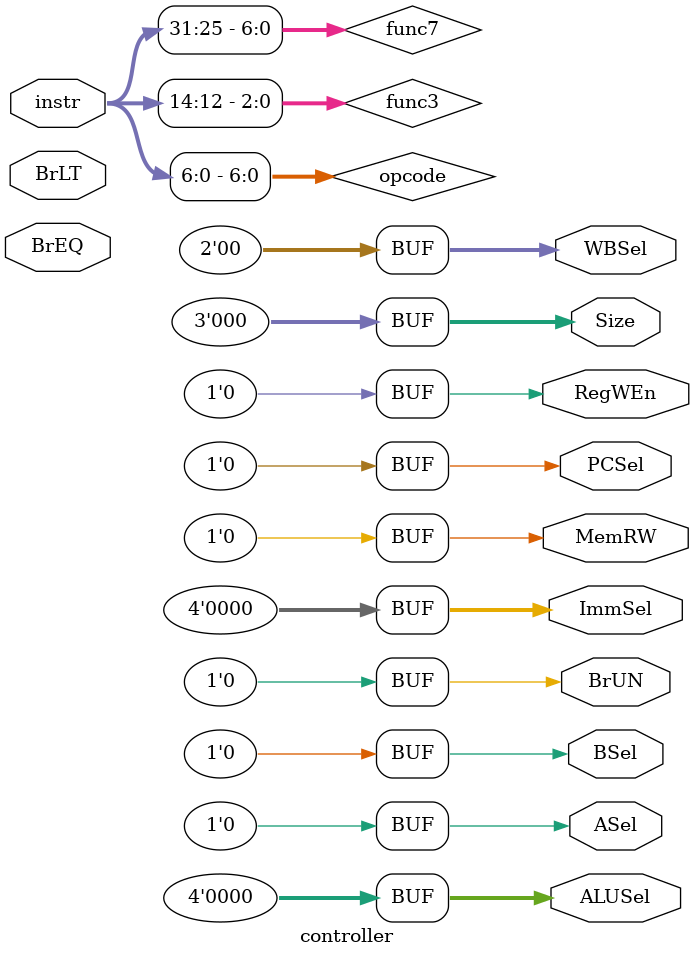
<source format=v>

module controller
#(
  parameter integer AWIDTH=32,
  parameter integer DWIDTH=32
 )
 (
   
  input                 BrEQ,
  input                 BrLT,
  input  [DWIDTH-1:0]   instr  ,
  output     reg           PCSel,
  output     reg [3:0]      ImmSel,
  output      reg          RegWEn,
  output      reg          BrUN,
  output    reg            ASel,
  output     reg           BSel,
  output  reg [3:0]        ALUSel,
  output   reg             MemRW,
  output    reg   [1:0]     WBSel,
  output reg [2:0]          Size

 );
 localparam  rtype1 = 7'b0110011, rtype2 = 7'b01110011, itype1 = 7'b0000011 , itype2 = 7'b0001111, itype3 = 7'b0010011,
                  itype4 = 7'b0011011 ,itype5 = 7'b1100111 , itype6 = 7'b1110011, stype = 7'b0100011, sbtype = 7'b1100011, utype1 = 7'b0010111,
                  utype2 = 7'b0110111, ujtype = 7'b1101111 ;


  //for ALUSel
  localparam  add=4'b0000 , sub=4'b0001 , sll=4'b0010 , slt=4'b0011 , sltu=4'b0100 ,
                   xorr=4'b0101 , srl=4'b0110 , sra=4'b0111 , orr=4'b1000 , andd=4'b1001 ,
                   addw=4'b1010 ,subw=4'b1011 ,sllw=4'b1100 ,srlw=4'b1101 ,sraw=4'b1110 ;
  reg [6:0] opcode;
  reg [2:0] func3;
  reg [6:0] func7;
always @ (*) begin
  opcode <= instr [6:0];
  func3 <= instr [14:12];
  func7 <= instr [31:25];
  case (opcode)
    rtype1: begin
      case (func3)
        3'b000: begin
          case (func7[5])
            1'b0:  ALUSel <= add;
            1'b1:  ALUSel <= sub;
          endcase
        end
        3'b001: begin
          ALUSel <= sll;
        end
        3'b010: begin
          ALUSel <= slt;
        end
        3'b011: begin
          ALUSel <= sltu;
        end 
        3'b100: begin
          ALUSel <= xorr;
        end
        3'b101: begin
          case (func7[5])
            1'b0:  ALUSel <= srl;
            1'b1:  ALUSel <= sra;
          endcase
        end
        3'b110: begin
          ALUSel <= orr;
        end
        3'b111: begin
          ALUSel <= andd;
        end
      endcase
      {PCSel,ImmSel,RegWEn,BrUN,ASel,BSel,MemRW,WBSel,Size} <= { 1'b0,{4'b0000},1'b1,1'b0,1'b0,1'b0,1'b0,{2'b01},{3'b000} };
    end
    rtype2: begin
      case (func3)
        3'b000: begin
          case (func7[5])
            1'b0:  ALUSel <= addw;
            1'b1:  ALUSel <= subw;
          endcase
        end
        3'b001: begin
          ALUSel <= sllw;
        end
        3'b101: begin
          case (func7[5])
            1'b0:  ALUSel <= srlw;
            1'b1:  ALUSel <= sraw;
          endcase
        end
        default: begin
            ALUSel <= add;
        end
      endcase
    {PCSel,ImmSel,RegWEn,BrUN,ASel,BSel,MemRW,WBSel,Size} <= { 1'b0,{4'b0000},1'b1,1'b0,1'b0,1'b0,1'b0,{2'b01} ,{3'b000}};
    end
    itype1: begin
      case (func3)
        3'b000: begin
          ImmSel <= 4'b1000;
          Size   <= 3'b100;
        end
        3'b001: begin
          ImmSel <= 4'b1000;
          Size   <= 3'b101;
        end
        3'b010: begin
          ImmSel <= 4'b1000;
          Size   <= 3'b110;
        end
        3'b011: begin
          ImmSel <= 4'b1000;
          Size   <= 3'b111;
        end 
        3'b100: begin
          ImmSel <= 4'b0000;
          Size   <= 3'b000;
        end
        3'b101: begin
          ImmSel <= 4'b0000;
          Size   <= 3'b001;
        end
        3'b110: begin
          ImmSel <= 4'b0000;
          Size   <= 3'b010;
        end
        default: begin
          ImmSel <= 4'b0000;
          Size   <= 3'b000; 
        end
      endcase
      {PCSel,RegWEn,BrUN,ASel,BSel,MemRW,WBSel,ALUSel} <= { 1'b0,1'b1  ,1'b0,1'b0,1'b1,1'b0,2'b00, 4'b0000 };
    end
    //not to be implemented 
    // itype2: begin
      
    // end
    itype3: begin
      case (func3)
        3'b000: begin
          ImmSel <= 4'b1000;
          ALUSel <= 4'b0000;
        end
        3'b001: begin
          ImmSel <= 4'b1000;
          ALUSel <= 4'b0010;
        end
        3'b010: begin
          ImmSel <= 4'b1000;
          ALUSel <= 4'b0011;
        end
        3'b011: begin
          ImmSel <= 4'b0000;
          ALUSel <= 4'b0100;
        end 
        3'b100: begin
          ImmSel <= 4'b1000;
          ALUSel <= 4'b0101;
        end
        3'b101: begin
          ImmSel <= 4'b1000;
          case (func7[5]) 
            1'b0: ALUSel <= 4'b0110;
            1'b1: ALUSel <= 4'b0111;
          endcase
        end
        3'b110: begin
          ImmSel <= 4'b1000;
          ALUSel <= 4'b1000;
        end
        3'b111: begin
          ImmSel <= 4'b1000;
          ALUSel <= 4'b1001;
        end
        default: begin
            ImmSel <= 4'b0000;
            ALUSel <= 4'b0000;
        end
      endcase
      //other control signals will be same
      {PCSel,RegWEn,BrUN,ASel,BSel,MemRW,WBSel , Size} <=  { 1'b0,1'b1,  1'b0,1'b0,1'b1,1'b0, {2'b01}, {3'b000}};
    end
    //Not to be implemented at the moment
    // itype4: begin
      
    // end
    itype5: begin
      PCSel <= 1'b1;
      RegWEn<= 1'b1;
      BrUN  <= 'b0;
      ASel  <= 1'b0;
      BSel  <= 1'b1;
      MemRW <= 1'b0;
      WBSel <= 2'b10;
      Size  <= 'b0;
      ALUSel<= 4'b0000;
      ImmSel<= 4'b1000;
    end
    //Not to be implemented
    // itype6: begin
      
    // end
    //Store
    stype: begin
      case (func3)
        3'b000: begin
          Size <= 3'b000;
        end
        3'b001: begin
          Size <= 3'b001;
        end
        3'b010: begin
          Size <= 3'b010;
        end
        //Store Double Word (Not to be implemented)
        3'b011: begin
          Size <= 3'b000;   //Dummy
        end 
        default: begin
            Size = 3'b000;
        end
      endcase
      MemRW <= 1'b1;
      ALUSel<= 4'b0000;
      PCSel <= 1'b0;
      ImmSel<= 4'b0001;
      BSel  <= 1'b1;
      ASel  <= 1'b0;
      WBSel <= 2'b00;
      RegWEn<= 1'b0;
      BrUN  <= 1'b0;
    end
    sbtype: begin
      RegWEn<= 1'b0;
      MemRW <= 1'b0;
      ALUSel<= 4'b0000;
      BSel  <= 1'b1;
      ASel  <= 1'b1;
      WBSel <= 2'b00;
      Size  <= 3'b000;
      case (func3)
        3'b000:begin
          ImmSel <= 4'b0010;
          BrUN   <= 1'b0;
          if(BrEQ) begin
            PCSel <= 1'b1;
          end
          else begin
            PCSel <= 1'b0;
          end
        end
        3'b001:begin
          ImmSel <= 4'b0010;
          BrUN   <= 1'b0;
          if(BrEQ) begin
            PCSel <= 1'b0;
          end
          else begin
            PCSel <= 1'b1;  
          end
        end
        3'b100:begin
          ImmSel <= 4'b0010;
          BrUN   <= 1'b0;
          if(BrLT) begin
            PCSel <= 1'b1;
          end
          else begin
            PCSel <= 1'b0;
          end
        end
        3'b101:begin
          ImmSel <= 4'b0010;
          BrUN   <= 1'b0;
          if(BrLT) begin
            PCSel <= 1'b0;
          end
          else begin
            PCSel <= 1'b1;
          end
        end
        3'b110:begin
          ImmSel <= 4'b0010;
          BrUN   <= 1'b1;
          if(BrLT) begin
            PCSel <= 1'b1;
          end
          else begin
            PCSel <= 1'b0;
          end
        end
        3'b111:begin
          ImmSel <= 4'b0010;
          BrUN   <= 1'b1;
          if(BrLT) begin
            PCSel <= 1'b0;
          end
          else begin
            PCSel <= 1'b1;
          end
        end
        default: begin
            ImmSel <= 4'b0000;
            BrUN   <= 1'b0;
            PCSel  <= 1'b0;
        end
      endcase
    end
    //AUIPC
    utype1: begin
      PCSel  <= 1'b0;
      ImmSel <= 4'b0011;
      BrUN   <= 1'b0;
      ASel   <= 1'b1;
      BSel   <= 1'b1;
      ALUSel <= 4'b0000;
      MemRW  <= 1'b0;
      RegWEn <= 1'b1;
      WBSel  <= 2'b01;
      Size   <= 3'b000;
    end
    utype2: begin
      //LUI
      PCSel  <= 1'b0;
      ImmSel <= 4'b0011;
      BrUN   <= 1'b0;
      ASel   <= 1'b1;
      BSel   <= 1'b1;
      ALUSel <= 4'b0000;
      MemRW  <= 1'b0;
      RegWEn <= 1'b1;
      WBSel  <= 2'b11;
      Size   <= 3'b000;
    end
    ujtype: begin
      WBSel <= 2'b10;
      RegWEn<= 1'b1;
      MemRW <= 1'b0;
      ALUSel<= 4'b0000;
      Size  <= 3'b000;
      ImmSel<= 4'b0100;
      ASel  <= 1'b1;
      BSel  <= 1'b1;
      BrUN  <= 1'b0;
      PCSel <= 1'b1;
    end
    default: begin
      {PCSel,ImmSel,RegWEn,BrUN,ASel,BSel,ALUSel,MemRW,WBSel,Size} <= { 1'b0,{4'b0000},1'b0,1'b0,1'b0,1'b0,{4'b0000},1'b0,{2'b00} ,{4'b000}};
    end
  endcase

end
endmodule

</source>
